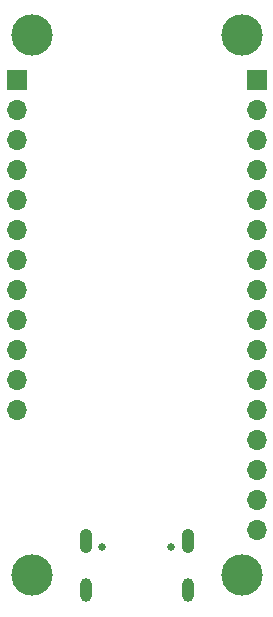
<source format=gbr>
%TF.GenerationSoftware,KiCad,Pcbnew,5.1.7-a382d34a8~88~ubuntu18.04.1*%
%TF.CreationDate,2022-09-03T09:09:10-04:00*%
%TF.ProjectId,project-MS88SF3-breakout,70726f6a-6563-4742-9d4d-533838534633,rev?*%
%TF.SameCoordinates,Original*%
%TF.FileFunction,Soldermask,Bot*%
%TF.FilePolarity,Negative*%
%FSLAX46Y46*%
G04 Gerber Fmt 4.6, Leading zero omitted, Abs format (unit mm)*
G04 Created by KiCad (PCBNEW 5.1.7-a382d34a8~88~ubuntu18.04.1) date 2022-09-03 09:09:10*
%MOMM*%
%LPD*%
G01*
G04 APERTURE LIST*
%ADD10O,1.700000X1.700000*%
%ADD11R,1.700000X1.700000*%
%ADD12C,0.650000*%
%ADD13O,1.050000X2.100000*%
%ADD14O,1.000000X2.000000*%
%ADD15C,3.500000*%
G04 APERTURE END LIST*
D10*
%TO.C,J4*%
X37338000Y-115062000D03*
X37338000Y-112522000D03*
X37338000Y-109982000D03*
X37338000Y-107442000D03*
X37338000Y-104902000D03*
X37338000Y-102362000D03*
X37338000Y-99822000D03*
X37338000Y-97282000D03*
X37338000Y-94742000D03*
X37338000Y-92202000D03*
X37338000Y-89662000D03*
D11*
X37338000Y-87122000D03*
%TD*%
D12*
%TO.C,J3*%
X44608000Y-126622000D03*
X50388000Y-126622000D03*
D13*
X51818000Y-126122000D03*
X43178000Y-126122000D03*
D14*
X51818000Y-130302000D03*
X43178000Y-130302000D03*
%TD*%
D10*
%TO.C,J5*%
X57658000Y-125222000D03*
X57658000Y-122682000D03*
X57658000Y-120142000D03*
X57658000Y-117602000D03*
X57658000Y-115062000D03*
X57658000Y-112522000D03*
X57658000Y-109982000D03*
X57658000Y-107442000D03*
X57658000Y-104902000D03*
X57658000Y-102362000D03*
X57658000Y-99822000D03*
X57658000Y-97282000D03*
X57658000Y-94742000D03*
X57658000Y-92202000D03*
X57658000Y-89662000D03*
D11*
X57658000Y-87122000D03*
%TD*%
D15*
%TO.C,H2*%
X56388000Y-83312000D03*
%TD*%
%TO.C,H1*%
X38608000Y-83312000D03*
%TD*%
%TO.C,H4*%
X56388000Y-129032000D03*
%TD*%
%TO.C,H3*%
X38608000Y-129032000D03*
%TD*%
M02*

</source>
